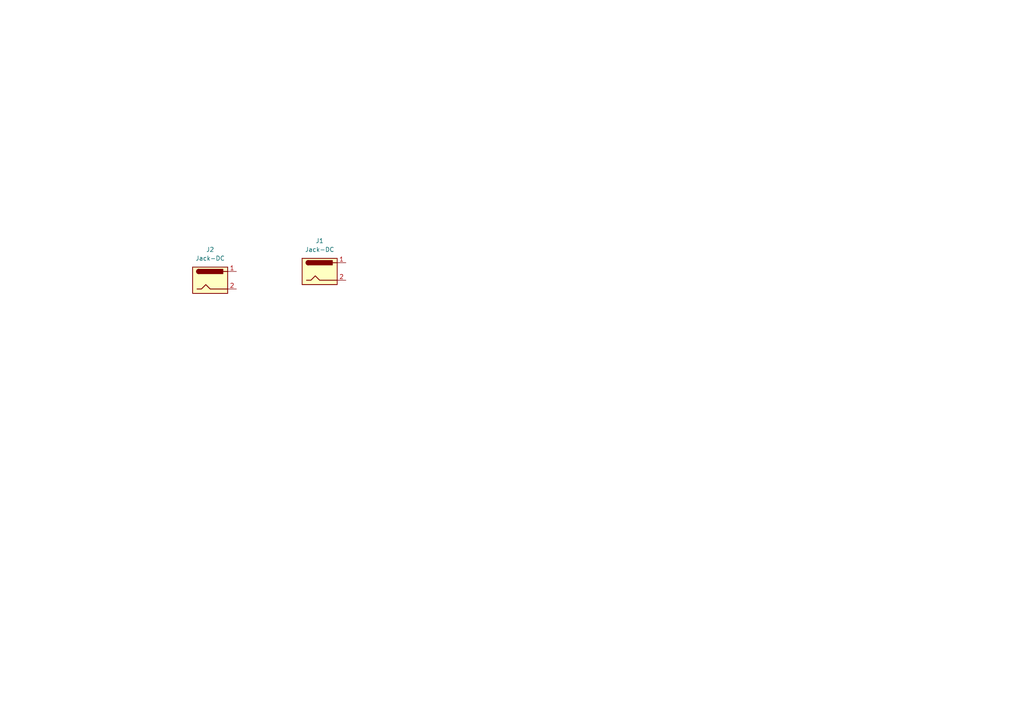
<source format=kicad_sch>
(kicad_sch (version 20250114) (generator "eeschema") (generator_version "9.0")
  (paper "A4")
  (lib_symbols
    (symbol "Connector:Jack-DC" (pin_names (offset 1.016))
      (property "Reference" "J" (at 0 5.334 0))
      (property "Value" "Jack-DC" (at 0 -5.08 0))
      (symbol "Jack-DC_0_1"
        (rectangle (start -5.08 3.81) (end 5.08 -3.81) (stroke (width 0.254)) (fill (type background)))
        (polyline (pts (xy -3.81 -2.54) (xy -2.54 -2.54) (xy -1.27 -1.27) (xy 0 -2.54) (xy 2.54 -2.54) (xy 5.08 -2.54)) (stroke (width 0.254)))
        (arc (start -3.302 1.905) (mid -3.9343 2.54) (end -3.302 3.175) (stroke (width 0.254)))
        (arc (start -3.302 1.905) (mid -3.9343 2.54) (end -3.302 3.175) (stroke (width 0.254)) (fill (type outline)))
        (rectangle (start 3.683 3.175) (end -3.302 1.905) (stroke (width 0.254)) (fill (type outline)))
        (polyline (pts (xy 5.08 2.54) (xy 3.81 2.54)) (stroke (width 0.254)))
      )
      (symbol "Jack-DC_1_1"
        (pin passive line (at 7.62 2.54 180) (length 2.54) (name "~") (number "1"))
        (pin passive line (at 7.62 -2.54 180) (length 2.54) (name "~") (number "2"))
      )
    )
  )
  (symbol (lib_id "Connector:Jack-DC") (at 60.96 81.28 0) (unit 1)
    (property "Reference" "J2" (at 60.96 72.39 0))
    (property "Value" "Jack-DC" (at 60.96 74.93 0))
    (property "Description" "DC Barrel Jack" (effects (hide yes)))
  )
  (symbol (lib_id "Connector:Jack-DC") (at 92.71 78.74 0) (unit 1)
    (property "Reference" "J1" (at 92.71 69.85 0))
    (property "Value" "Jack-DC" (at 92.71 72.39 0))
    (property "Description" "DC Barrel Jack" (effects (hide yes)))
  )
)
</source>
